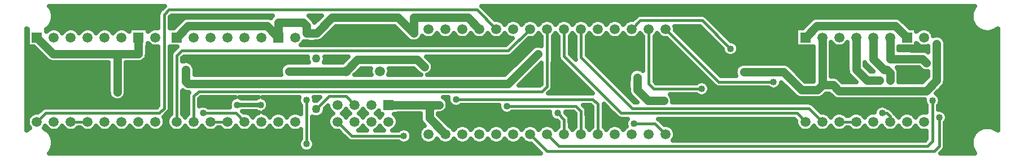
<source format=gbr>
G04 DipTrace 3.3.1.3*
G04 Bottom.gbr*
%MOIN*%
G04 #@! TF.FileFunction,Copper,L2,Bot*
G04 #@! TF.Part,Single*
G04 #@! TA.AperFunction,ComponentPad*
%ADD13C,0.05*%
G04 #@! TA.AperFunction,CopperBalancing*
%ADD14C,0.025*%
G04 #@! TA.AperFunction,Conductor*
%ADD15C,0.016*%
G04 #@! TA.AperFunction,ComponentPad*
%ADD17C,0.059055*%
%ADD18R,0.059055X0.059055*%
%ADD19R,0.0591X0.0591*%
%ADD20C,0.0591*%
%ADD24C,0.05*%
G04 #@! TA.AperFunction,ViaPad*
%ADD25C,0.04*%
%FSLAX26Y26*%
G04*
G70*
G90*
G75*
G01*
G04 Bottom*
%LPD*%
X3452200Y1019700D2*
D13*
X3276751Y844251D1*
X2665251D1*
X5131200Y1118700D2*
Y836228D1*
X5102200Y807228D1*
X5007672D1*
X4901704Y913196D1*
X4668200D1*
X5131200Y836228D2*
X5194200D1*
X5228728Y801700D1*
X5744200D1*
X5807200Y864700D1*
Y1081200D1*
X2665251Y844251D2*
X1386157D1*
X1372704Y857704D1*
Y928200D1*
X2568700Y718700D2*
X2830700D1*
X2810700Y698700D1*
Y639200D1*
X2906200Y543700D1*
X2781251Y944200D2*
X2739223Y986228D1*
X2386228D1*
X2318700Y918700D1*
X1676704Y718700D2*
D14*
X1814200D1*
X1318700Y1118700D2*
D13*
X1386228Y1186228D1*
X1851172D1*
X1918700Y1118700D1*
X1093700D2*
Y1022172D1*
X968196D1*
X590228D1*
X493700Y1118700D1*
X2868700Y718700D2*
X2830700D1*
X5031200Y1118700D2*
X5098728Y1186228D1*
X5563672D1*
X5631200Y1118700D1*
X968196Y1022172D2*
Y794704D1*
X4038676Y882200D2*
Y807228D1*
X4101676Y744228D1*
X4194200D1*
X2318700Y918700D2*
X1982200D1*
X2719200Y1143700D2*
Y1236228D1*
X3038672D1*
X3106200Y1168700D1*
X2086228Y1143700D2*
X2144227D1*
X2236755Y1236228D1*
X2626672D1*
X2719200Y1143700D1*
X1918700Y1118700D2*
Y1206700D1*
X2066228D1*
X2086228Y1186700D1*
Y1143700D1*
X5468700Y864700D2*
X5394200D1*
X5331200Y927700D1*
Y1118700D1*
X3606200Y1168700D2*
D15*
Y1006267D1*
X3943239Y669228D1*
X4980672D1*
X5031200Y618700D1*
X693700D2*
X793700D1*
X1518700D2*
X1618700D1*
X4843700Y855200D2*
X4519700D1*
X4206200Y1168700D1*
X4418700Y814200D2*
X4135200D1*
X4106200Y843200D1*
Y1168700D1*
X4589200Y1052200D2*
X4422172Y1219228D1*
X4056728D1*
X4006200Y1168700D1*
X2085704Y485700D2*
Y745983D1*
X2968700Y751228D2*
X3777200D1*
X3806200Y722228D1*
Y543700D1*
X5822728Y643700D2*
Y473700D1*
X5793728Y444700D1*
X3505200D1*
X3406200Y543700D1*
X5531700Y864700D2*
D13*
Y907700D1*
X5511700Y927700D1*
X5494200D1*
X5431200Y990700D1*
Y1118700D1*
X5744200Y968700D2*
X5722200Y990700D1*
X5531200D1*
Y1118700D1*
X493700Y618700D2*
D15*
X544228Y669228D1*
X1215228D1*
X1244228Y698228D1*
Y1253228D1*
X1273228Y1282228D1*
X3092672D1*
X3206200Y1168700D1*
X3406200D2*
X3277200Y1039700D1*
X1347700D1*
X1318700Y1010700D1*
Y618700D1*
X3506200Y1168700D2*
Y827251D1*
X3477200Y798251D1*
X1447700D1*
X1418700Y769251D1*
Y618700D1*
X4018700Y606228D2*
X4143672D1*
X4206200Y543700D1*
X3706200Y1168700D2*
Y999901D1*
X4007873Y698228D1*
X5051672D1*
X5131200Y618700D1*
X5485696Y669228D2*
X5511200D1*
X5531200Y649228D1*
Y618700D1*
X1474483Y669228D2*
X1668172D1*
X1718700Y618700D1*
X2268700D2*
X2353231Y534169D1*
X2660251D1*
X5781728Y743700D2*
Y502700D1*
X5752728Y473700D1*
X3576200D1*
X3506200Y543700D1*
X5231200Y618700D2*
X5331200D1*
X3268700Y710228D2*
X3677200D1*
X3706200Y681228D1*
Y543700D1*
X3568700Y669228D2*
X3606200Y631728D1*
Y543700D1*
X2368700Y718700D2*
X2318149Y769251D1*
X2219251D1*
X2143700Y693700D1*
D25*
X4668200Y913196D3*
X5807200Y1081200D3*
X1372704Y928200D3*
X2665251Y844251D3*
X3452200Y1019700D3*
X1982200Y918700D3*
X1814200Y718700D3*
X2781251Y944200D3*
X2719200Y1143700D3*
X4194200Y744228D3*
X4038676Y882200D3*
X1676704Y718700D3*
X968196Y794704D3*
X2868700Y718700D3*
X2086228Y1143700D3*
X5468700Y864700D3*
X4843700Y855200D3*
X4418700Y814200D3*
X4589200Y1052200D3*
X2085704Y745983D3*
Y485700D3*
X2968700Y751228D3*
X5822728Y643700D3*
X5531700Y864700D3*
X5744200Y968700D3*
X4018700Y606228D3*
X5485696Y669228D3*
X1474483D3*
X2660251Y534169D3*
X5781728Y743700D3*
X3268700Y710228D3*
X3568700Y669228D3*
X584283Y1280331D2*
D14*
X1220031D1*
X3145876D2*
X6015630D1*
X590886Y1255462D2*
X1207292D1*
X3170744D2*
X6009027D1*
X590706Y1230594D2*
X1207221D1*
X1281226D2*
X1357575D1*
X2117650D2*
X2155783D1*
X3195611D2*
X4016809D1*
X4462108D2*
X5070081D1*
X5592316D2*
X6009207D1*
X583709Y1205725D2*
X1207221D1*
X1281226D2*
X1330375D1*
X3250765D2*
X3261662D1*
X3350739D2*
X3361635D1*
X3450748D2*
X3461645D1*
X3550757D2*
X3561634D1*
X3650766D2*
X3661618D1*
X3750740D2*
X3761636D1*
X3850749D2*
X3861646D1*
X3950758D2*
X3961655D1*
X4486976D2*
X5042881D1*
X5619516D2*
X6016168D1*
X567992Y1180856D2*
X1207221D1*
X1281226D2*
X1305507D1*
X2256702D2*
X2606704D1*
X4263381D2*
X4409238D1*
X4511843D2*
X5018014D1*
X5644384D2*
X6031921D1*
X638002Y1155987D2*
X649401D1*
X738011D2*
X749408D1*
X838020D2*
X849383D1*
X938030D2*
X949393D1*
X2231834D2*
X2631572D1*
X4270199D2*
X4434106D1*
X4536711D2*
X4972656D1*
X5775505D2*
X6066191D1*
X6146224D2*
X6165195D1*
X2206966Y1131119D2*
X2656439D1*
X2850262D2*
X2862163D1*
X2950271D2*
X2962137D1*
X3050244D2*
X3062146D1*
X3150254D2*
X3162155D1*
X3250263D2*
X3262129D1*
X3450246D2*
X3462147D1*
X3550255D2*
X3562146D1*
X3650264D2*
X3662134D1*
X3750237D2*
X3762139D1*
X3850247D2*
X3862148D1*
X3950256D2*
X3962157D1*
X4050265D2*
X4062131D1*
X4150238D2*
X4162140D1*
X4295067D2*
X4458974D1*
X4561579D2*
X4972656D1*
X5822370D2*
X6165195D1*
X2182062Y1106250D2*
X2681343D1*
X2757035D2*
X3292451D1*
X3395056D2*
X3469216D1*
X3543186D2*
X3569189D1*
X3643195D2*
X3669199D1*
X3743204D2*
X4069200D1*
X4143205D2*
X4217366D1*
X4319935D2*
X4483877D1*
X4586447D2*
X4972656D1*
X5854701D2*
X6165195D1*
X2062999Y1081381D2*
X3267583D1*
X3370188D2*
X3469216D1*
X3543186D2*
X3569189D1*
X3643195D2*
X3669199D1*
X3743204D2*
X4069200D1*
X4143205D2*
X4242233D1*
X4344802D2*
X4508745D1*
X4627893D2*
X4972656D1*
X5861196D2*
X6165195D1*
X434718Y1056512D2*
X480566D1*
X1147701D2*
X1207221D1*
X1281226D2*
X1313222D1*
X3345320D2*
X3413667D1*
X3543186D2*
X3569189D1*
X3643195D2*
X3669199D1*
X3743204D2*
X4069200D1*
X4143205D2*
X4267101D1*
X4369670D2*
X4533613D1*
X4638012D2*
X5077187D1*
X5185210D2*
X5277205D1*
X5585211D2*
X5753209D1*
X5861196D2*
X6165195D1*
X434718Y1031644D2*
X505434D1*
X1147701D2*
X1207221D1*
X1281226D2*
X1288803D1*
X3320417D2*
X3388800D1*
X3543186D2*
X3569189D1*
X3643195D2*
X3669199D1*
X3743204D2*
X4069200D1*
X4143205D2*
X4291969D1*
X4394538D2*
X4544988D1*
X4633419D2*
X5077187D1*
X5185210D2*
X5277205D1*
X5861196D2*
X6165195D1*
X434718Y1006775D2*
X530301D1*
X1145332D2*
X1207221D1*
X3290023D2*
X3363932D1*
X3543186D2*
X3569189D1*
X3656974D2*
X3669199D1*
X3750632D2*
X4069200D1*
X4143205D2*
X4316837D1*
X4419406D2*
X4576746D1*
X4601626D2*
X5077187D1*
X5185210D2*
X5277205D1*
X5861196D2*
X6165195D1*
X434718Y981906D2*
X555636D1*
X1128323D2*
X1207221D1*
X1355686D2*
X2091084D1*
X2196344D2*
X2306569D1*
X2818863D2*
X3339064D1*
X3543186D2*
X3579273D1*
X3775500D2*
X4069200D1*
X4143205D2*
X4341704D1*
X4444273D2*
X5077187D1*
X5185210D2*
X5277205D1*
X5861196D2*
X6165195D1*
X434718Y957037D2*
X914190D1*
X1022214D2*
X1207221D1*
X1417873D2*
X1945322D1*
X2833612D2*
X3314196D1*
X3543186D2*
X3604141D1*
X3800368D2*
X4069200D1*
X4143205D2*
X4366572D1*
X4469141D2*
X4638682D1*
X4931222D2*
X5077187D1*
X5185210D2*
X5277205D1*
X5861196D2*
X6165195D1*
X434718Y932169D2*
X914190D1*
X1022214D2*
X1207221D1*
X1426557D2*
X1930000D1*
X2407487D2*
X2461804D1*
X2575568D2*
X2717945D1*
X2833827D2*
X3289329D1*
X3440019D2*
X3469216D1*
X3543186D2*
X3629008D1*
X3825235D2*
X4023699D1*
X4053638D2*
X4069200D1*
X4143205D2*
X4391440D1*
X4494009D2*
X4617833D1*
X4958063D2*
X5077187D1*
X5185210D2*
X5277205D1*
X5402058D2*
X5414390D1*
X5579505D2*
X5705411D1*
X5861196D2*
X6165195D1*
X434718Y907300D2*
X914190D1*
X1022214D2*
X1207221D1*
X1426700D2*
X1929462D1*
X2382619D2*
X2461337D1*
X2576071D2*
X2742813D1*
X2819689D2*
X3264461D1*
X3415115D2*
X3469216D1*
X3543186D2*
X3653876D1*
X3850103D2*
X3991223D1*
X4143205D2*
X4416307D1*
X4518877D2*
X4614532D1*
X4982931D2*
X5077187D1*
X5185210D2*
X5281403D1*
X5585713D2*
X5753209D1*
X5861196D2*
X6165195D1*
X434718Y882431D2*
X914190D1*
X1022214D2*
X1207221D1*
X3390247D2*
X3469216D1*
X3543186D2*
X3678744D1*
X3874971D2*
X3984692D1*
X4143205D2*
X4441175D1*
X5007799D2*
X5077187D1*
X5219444D2*
X5301140D1*
X5585713D2*
X5749584D1*
X5861196D2*
X6165195D1*
X434718Y857562D2*
X914190D1*
X1022214D2*
X1207221D1*
X3365379D2*
X3469216D1*
X3543186D2*
X3703612D1*
X3899838D2*
X3984692D1*
X4143205D2*
X4399406D1*
X4437994D2*
X4466043D1*
X5248187D2*
X5326007D1*
X5585211D2*
X5724717D1*
X5860694D2*
X6165195D1*
X434718Y832693D2*
X914190D1*
X1022214D2*
X1207221D1*
X3543186D2*
X3728479D1*
X3924706D2*
X3984692D1*
X4463866D2*
X4490911D1*
X4886905D2*
X4906880D1*
X5850036D2*
X6165195D1*
X434718Y807825D2*
X914190D1*
X1022214D2*
X1207221D1*
X3537229D2*
X3753347D1*
X3949574D2*
X3984692D1*
X4467275D2*
X4931748D1*
X5825671D2*
X6165195D1*
X434718Y782956D2*
X915554D1*
X1020850D2*
X1207221D1*
X1355686D2*
X1384524D1*
X3974442D2*
X3990757D1*
X4455649D2*
X4956616D1*
X5153273D2*
X5172136D1*
X5809164D2*
X6165195D1*
X434718Y758087D2*
X929477D1*
X1006927D2*
X1207221D1*
X1355686D2*
X1381689D1*
X1458817D2*
X1649493D1*
X1703906D2*
X1787001D1*
X1841414D2*
X2038298D1*
X2133116D2*
X2156788D1*
X2904375D2*
X2920224D1*
X3999309D2*
X4012503D1*
X4246300D2*
X4989773D1*
X5120116D2*
X5198834D1*
X5828434D2*
X6165195D1*
X434718Y733218D2*
X1207221D1*
X1355686D2*
X1381689D1*
X1455695D2*
X1630044D1*
X1860863D2*
X2038478D1*
X4024177D2*
X4037370D1*
X4247018D2*
X5733939D1*
X5829546D2*
X6165195D1*
X434718Y708350D2*
X1203058D1*
X1355686D2*
X1381689D1*
X1502129D2*
X1628860D1*
X1862047D2*
X2048705D1*
X2921636D2*
X2948214D1*
X2989205D2*
X3219749D1*
X3730357D2*
X3768777D1*
X3843213D2*
X3852800D1*
X5092844D2*
X5458061D1*
X5513335D2*
X5744740D1*
X5818745D2*
X6165195D1*
X434718Y683481D2*
X507192D1*
X1355686D2*
X1381689D1*
X1847048D2*
X2048705D1*
X2196667D2*
X2222600D1*
X2314798D2*
X2322609D1*
X2414807D2*
X2422592D1*
X2908789D2*
X3228146D1*
X3743132D2*
X3769208D1*
X3843213D2*
X3877686D1*
X5117712D2*
X5438935D1*
X5548250D2*
X5744740D1*
X5849319D2*
X6165195D1*
X434718Y658612D2*
X451894D1*
X1255892D2*
X1276872D1*
X1360530D2*
X1376881D1*
X1760531D2*
X1776882D1*
X1860504D2*
X1876891D1*
X1960514D2*
X1976865D1*
X2183893D2*
X2226834D1*
X2310564D2*
X2326843D1*
X2410537D2*
X2426852D1*
X2510546D2*
X2526862D1*
X2610556D2*
X2756700D1*
X2866625D2*
X3520925D1*
X3630599D2*
X3669199D1*
X3743204D2*
X3769208D1*
X3843213D2*
X3902554D1*
X5173009D2*
X5189396D1*
X5273019D2*
X5289370D1*
X5373028D2*
X5389379D1*
X5573010D2*
X5589362D1*
X5673020D2*
X5689371D1*
X5869270D2*
X6165195D1*
X1250186Y633743D2*
X1262231D1*
X2122710D2*
X2212193D1*
X2625196D2*
X2756987D1*
X2891493D2*
X3536140D1*
X3643159D2*
X3669199D1*
X3743204D2*
X3769208D1*
X3843213D2*
X3978700D1*
X4166996D2*
X4964869D1*
X5870634D2*
X6165195D1*
X1251370Y608875D2*
X1261047D1*
X2122710D2*
X2211009D1*
X2626380D2*
X2766568D1*
X2916361D2*
X3569189D1*
X3643195D2*
X3669199D1*
X3743204D2*
X3769208D1*
X3843213D2*
X3969765D1*
X4192330D2*
X4973553D1*
X5859725D2*
X6165195D1*
X434718Y584006D2*
X447176D1*
X1240210D2*
X1272207D1*
X2122710D2*
X2222169D1*
X2615220D2*
X2764774D1*
X2947616D2*
X2964792D1*
X3047625D2*
X3064765D1*
X3147634D2*
X3164775D1*
X3247608D2*
X3264784D1*
X3347617D2*
X3364793D1*
X3447626D2*
X3464767D1*
X3547599D2*
X3564776D1*
X3647609D2*
X3664785D1*
X3747618D2*
X3764794D1*
X3847627D2*
X3864768D1*
X3947600D2*
X3964777D1*
X4247628D2*
X4984713D1*
X5859725D2*
X6072937D1*
X6139442D2*
X6165195D1*
X565623Y559137D2*
X2048705D1*
X2122710D2*
X2276964D1*
X2701988D2*
X2749846D1*
X4262556D2*
X5744740D1*
X5859725D2*
X6034290D1*
X582561Y534268D2*
X2048705D1*
X2122710D2*
X2301832D1*
X2709237D2*
X2748482D1*
X4263919D2*
X5744740D1*
X5859725D2*
X6017352D1*
X590312Y509400D2*
X2043214D1*
X2128200D2*
X2326700D1*
X2702096D2*
X2759391D1*
X4253011D2*
X5737133D1*
X5859725D2*
X6009601D1*
X591173Y484531D2*
X2036719D1*
X2134695D2*
X3414062D1*
X5859725D2*
X6008740D1*
X585324Y459662D2*
X2044686D1*
X2126729D2*
X3438930D1*
X5856747D2*
X6014589D1*
X571257Y434793D2*
X3463834D1*
X5835109D2*
X6028656D1*
X2856200Y1143436D2*
X2851527Y1135768D1*
X2845817Y1129083D1*
X2839132Y1123373D1*
X2831636Y1118779D1*
X2823513Y1115415D1*
X2814965Y1113362D1*
X2806200Y1112672D1*
X2797435Y1113362D1*
X2788887Y1115415D1*
X2780764Y1118779D1*
X2773268Y1123373D1*
X2768135Y1127648D1*
X2765087Y1120319D1*
X2760864Y1113429D1*
X2755616Y1107284D1*
X2749471Y1102036D1*
X2742581Y1097813D1*
X2735114Y1094721D1*
X2727256Y1092834D1*
X2719200Y1092200D1*
X2711144Y1092834D1*
X2703286Y1094721D1*
X2695819Y1097813D1*
X2688929Y1102036D1*
X2682784Y1107284D1*
X2605317Y1184751D1*
X2258106Y1184728D1*
X2177674Y1104539D1*
X2171136Y1099789D1*
X2163935Y1096120D1*
X2156249Y1093623D1*
X2148268Y1092359D1*
X2116668Y1092200D1*
X2082187Y1092359D1*
X2074206Y1093623D1*
X2070299Y1094726D1*
X2068621Y1093264D1*
X2064027Y1085768D1*
X2058317Y1079083D1*
X2052671Y1074192D1*
X3262875Y1074200D1*
X3301548Y1112839D1*
X3293121Y1114220D1*
X3284759Y1116937D1*
X3276926Y1120929D1*
X3269813Y1126096D1*
X3263596Y1132313D1*
X3258429Y1139426D1*
X3256121Y1143264D1*
X3251527Y1135768D1*
X3245817Y1129083D1*
X3239132Y1123373D1*
X3231636Y1118779D1*
X3223513Y1115415D1*
X3214965Y1113362D1*
X3206200Y1112672D1*
X3197435Y1113362D1*
X3188887Y1115415D1*
X3180764Y1118779D1*
X3173268Y1123373D1*
X3166583Y1129083D1*
X3160873Y1135768D1*
X3156200Y1143436D1*
X3151527Y1135768D1*
X3145817Y1129083D1*
X3139132Y1123373D1*
X3131636Y1118779D1*
X3123513Y1115415D1*
X3114965Y1113362D1*
X3106200Y1112672D1*
X3097435Y1113362D1*
X3088887Y1115415D1*
X3080764Y1118779D1*
X3073268Y1123373D1*
X3066583Y1129083D1*
X3060873Y1135768D1*
X3056200Y1143436D1*
X3051527Y1135768D1*
X3045817Y1129083D1*
X3039132Y1123373D1*
X3031636Y1118779D1*
X3023513Y1115415D1*
X3014965Y1113362D1*
X3006200Y1112672D1*
X2997435Y1113362D1*
X2988887Y1115415D1*
X2980764Y1118779D1*
X2973268Y1123373D1*
X2966583Y1129083D1*
X2960873Y1135768D1*
X2956200Y1143436D1*
X2951527Y1135768D1*
X2945817Y1129083D1*
X2939132Y1123373D1*
X2931636Y1118779D1*
X2923513Y1115415D1*
X2914965Y1113362D1*
X2906200Y1112672D1*
X2897435Y1113362D1*
X2888887Y1115415D1*
X2880764Y1118779D1*
X2873268Y1123373D1*
X2866583Y1129083D1*
X2860873Y1135768D1*
X2856200Y1143436D1*
X3199432Y1224274D2*
X3206200Y1224728D1*
X3214965Y1224038D1*
X3223513Y1221985D1*
X3231636Y1218621D1*
X3239132Y1214027D1*
X3245817Y1208317D1*
X3251527Y1201632D1*
X3256200Y1193964D1*
X3260873Y1201632D1*
X3266583Y1208317D1*
X3273268Y1214027D1*
X3280764Y1218621D1*
X3288887Y1221985D1*
X3297435Y1224038D1*
X3306200Y1224728D1*
X3314965Y1224038D1*
X3323513Y1221985D1*
X3331636Y1218621D1*
X3339132Y1214027D1*
X3345817Y1208317D1*
X3351527Y1201632D1*
X3356200Y1193964D1*
X3360873Y1201632D1*
X3366583Y1208317D1*
X3373268Y1214027D1*
X3380764Y1218621D1*
X3388887Y1221985D1*
X3397435Y1224038D1*
X3406200Y1224728D1*
X3414965Y1224038D1*
X3423513Y1221985D1*
X3431636Y1218621D1*
X3439132Y1214027D1*
X3445817Y1208317D1*
X3451527Y1201632D1*
X3456200Y1193964D1*
X3460873Y1201632D1*
X3466583Y1208317D1*
X3473268Y1214027D1*
X3480764Y1218621D1*
X3488887Y1221985D1*
X3497435Y1224038D1*
X3506200Y1224728D1*
X3514965Y1224038D1*
X3523513Y1221985D1*
X3531636Y1218621D1*
X3539132Y1214027D1*
X3545817Y1208317D1*
X3551527Y1201632D1*
X3556200Y1193964D1*
X3560873Y1201632D1*
X3566583Y1208317D1*
X3573268Y1214027D1*
X3580764Y1218621D1*
X3588887Y1221985D1*
X3597435Y1224038D1*
X3606200Y1224728D1*
X3614965Y1224038D1*
X3623513Y1221985D1*
X3631636Y1218621D1*
X3639132Y1214027D1*
X3645817Y1208317D1*
X3651527Y1201632D1*
X3656200Y1193964D1*
X3660873Y1201632D1*
X3666583Y1208317D1*
X3673268Y1214027D1*
X3680764Y1218621D1*
X3688887Y1221985D1*
X3697435Y1224038D1*
X3706200Y1224728D1*
X3714965Y1224038D1*
X3723513Y1221985D1*
X3731636Y1218621D1*
X3739132Y1214027D1*
X3745817Y1208317D1*
X3751527Y1201632D1*
X3756200Y1193964D1*
X3760873Y1201632D1*
X3766583Y1208317D1*
X3773268Y1214027D1*
X3780764Y1218621D1*
X3788887Y1221985D1*
X3797435Y1224038D1*
X3806200Y1224728D1*
X3814965Y1224038D1*
X3823513Y1221985D1*
X3831636Y1218621D1*
X3839132Y1214027D1*
X3845817Y1208317D1*
X3851527Y1201632D1*
X3856200Y1193964D1*
X3860873Y1201632D1*
X3866583Y1208317D1*
X3873268Y1214027D1*
X3880764Y1218621D1*
X3888887Y1221985D1*
X3897435Y1224038D1*
X3906200Y1224728D1*
X3914965Y1224038D1*
X3923513Y1221985D1*
X3931636Y1218621D1*
X3939132Y1214027D1*
X3945817Y1208317D1*
X3951527Y1201632D1*
X3956200Y1193964D1*
X3960873Y1201632D1*
X3966583Y1208317D1*
X3973268Y1214027D1*
X3980764Y1218621D1*
X3988887Y1221985D1*
X3997435Y1224038D1*
X4006200Y1224728D1*
X4012968Y1224274D1*
X4034322Y1245462D1*
X4038702Y1248644D1*
X4043525Y1251102D1*
X4048674Y1252775D1*
X4054021Y1253622D1*
X4111846Y1253728D1*
X4424879Y1253622D1*
X4430226Y1252775D1*
X4435375Y1251102D1*
X4440198Y1248644D1*
X4444578Y1245462D1*
X4485542Y1204649D1*
X4591529Y1098662D1*
X4600055Y1097415D1*
X4606995Y1095160D1*
X4613496Y1091848D1*
X4619399Y1087559D1*
X4624559Y1082399D1*
X4628848Y1076496D1*
X4632160Y1069995D1*
X4634415Y1063055D1*
X4635557Y1055848D1*
Y1048552D1*
X4634415Y1041345D1*
X4632160Y1034405D1*
X4628848Y1027904D1*
X4624559Y1022001D1*
X4619399Y1016841D1*
X4613496Y1012552D1*
X4606995Y1009240D1*
X4600055Y1006985D1*
X4592848Y1005843D1*
X4585552D1*
X4578345Y1006985D1*
X4571405Y1009240D1*
X4564904Y1012552D1*
X4559001Y1016841D1*
X4553841Y1022001D1*
X4549552Y1027904D1*
X4546240Y1034405D1*
X4543985Y1041345D1*
X4542843Y1048552D1*
X4542794Y1049820D1*
X4407867Y1184743D1*
X4259868Y1184728D1*
X4261538Y1177465D1*
X4262228Y1168700D1*
X4261774Y1161932D1*
X4533992Y889699D1*
X4622313Y889815D1*
X4619220Y897282D1*
X4617334Y905140D1*
X4616700Y913196D1*
X4617334Y921252D1*
X4619220Y929110D1*
X4622313Y936577D1*
X4626536Y943467D1*
X4631784Y949612D1*
X4637929Y954860D1*
X4644819Y959083D1*
X4652286Y962176D1*
X4660144Y964062D1*
X4668200Y964696D1*
X4905745Y964537D1*
X4913726Y963273D1*
X4921412Y960776D1*
X4928613Y957107D1*
X4935151Y952357D1*
X4957607Y930125D1*
X5028984Y858748D1*
X5079692Y858728D1*
X5079700Y1062693D1*
X4975173Y1062672D1*
Y1174727D1*
X5014394D1*
X5065281Y1225389D1*
X5071819Y1230139D1*
X5079020Y1233808D1*
X5086706Y1236305D1*
X5094687Y1237569D1*
X5126287Y1237728D1*
X5567713Y1237569D1*
X5575694Y1236305D1*
X5583380Y1233808D1*
X5590581Y1230139D1*
X5597119Y1225389D1*
X5619575Y1203157D1*
X5648020Y1174713D1*
X5687228Y1174727D1*
Y1153448D1*
X5691583Y1158317D1*
X5698268Y1164027D1*
X5705764Y1168621D1*
X5713887Y1171985D1*
X5722435Y1174038D1*
X5731200Y1174728D1*
X5739965Y1174038D1*
X5748513Y1171985D1*
X5756636Y1168621D1*
X5764132Y1164027D1*
X5770817Y1158317D1*
X5776527Y1151632D1*
X5781121Y1144136D1*
X5784485Y1136013D1*
X5786373Y1128291D1*
X5791286Y1130180D1*
X5799144Y1132066D1*
X5807200Y1132700D1*
X5815256Y1132066D1*
X5823114Y1130180D1*
X5830581Y1127087D1*
X5837471Y1122864D1*
X5843616Y1117616D1*
X5848864Y1111471D1*
X5853087Y1104581D1*
X5856180Y1097114D1*
X5858066Y1089256D1*
X5858700Y1081200D1*
X5858541Y860659D1*
X5857277Y852678D1*
X5854780Y844992D1*
X5851111Y837791D1*
X5846361Y831253D1*
X5824129Y808797D1*
X5801216Y785884D1*
X5806024Y783348D1*
X5811927Y779059D1*
X5817087Y773899D1*
X5821376Y767996D1*
X5824688Y761495D1*
X5826943Y754555D1*
X5828085Y747348D1*
Y740052D1*
X5826943Y732845D1*
X5824688Y725905D1*
X5821376Y719404D1*
X5817087Y713501D1*
X5816225Y712569D1*
X5816228Y689766D1*
X5822728Y690200D1*
X5830002Y689628D1*
X5837097Y687924D1*
X5843839Y685132D1*
X5850060Y681319D1*
X5855608Y676580D1*
X5860347Y671032D1*
X5864160Y664811D1*
X5866952Y658069D1*
X5868656Y650974D1*
X5869228Y643700D1*
X5868656Y636426D1*
X5866952Y629331D1*
X5864160Y622589D1*
X5860347Y616368D1*
X5857225Y612569D1*
X5857122Y470993D1*
X5856275Y465646D1*
X5854602Y460497D1*
X5852144Y455674D1*
X5848962Y451294D1*
X5829996Y432177D1*
X6033243Y432200D1*
X6029020Y437625D1*
X6024858Y443853D1*
X6021198Y450389D1*
X6018062Y457192D1*
X6015469Y464220D1*
X6013436Y471429D1*
X6011974Y478776D1*
X6011094Y486215D1*
X6010800Y493700D1*
X6011094Y501185D1*
X6011974Y508624D1*
X6013436Y515971D1*
X6015469Y523180D1*
X6018062Y530208D1*
X6021198Y537011D1*
X6024858Y543547D1*
X6029020Y549775D1*
X6033657Y555658D1*
X6038742Y561158D1*
X6044242Y566243D1*
X6050125Y570880D1*
X6056353Y575042D1*
X6062889Y578702D1*
X6069692Y581838D1*
X6076720Y584431D1*
X6083929Y586464D1*
X6091276Y587926D1*
X6098715Y588806D1*
X6106200Y589100D1*
X6113685Y588806D1*
X6121124Y587926D1*
X6128471Y586464D1*
X6135680Y584431D1*
X6142708Y581838D1*
X6149511Y578702D1*
X6156047Y575042D1*
X6162275Y570880D1*
X6167700Y566682D1*
Y1170792D1*
X6162275Y1166520D1*
X6156047Y1162358D1*
X6149511Y1158698D1*
X6142708Y1155562D1*
X6135680Y1152969D1*
X6128471Y1150936D1*
X6121124Y1149474D1*
X6113685Y1148594D1*
X6106200Y1148300D1*
X6098715Y1148594D1*
X6091276Y1149474D1*
X6083929Y1150936D1*
X6076720Y1152969D1*
X6069692Y1155562D1*
X6062889Y1158698D1*
X6056353Y1162358D1*
X6050125Y1166520D1*
X6044242Y1171157D1*
X6038742Y1176242D1*
X6033657Y1181742D1*
X6029020Y1187625D1*
X6024858Y1193853D1*
X6021198Y1200389D1*
X6018062Y1207192D1*
X6015469Y1214220D1*
X6013436Y1221429D1*
X6011974Y1228776D1*
X6011094Y1236215D1*
X6010800Y1243700D1*
X6011094Y1251185D1*
X6011974Y1258624D1*
X6013436Y1265971D1*
X6015469Y1273180D1*
X6018062Y1280208D1*
X6021198Y1287011D1*
X6024858Y1293547D1*
X6029020Y1299775D1*
X6033218Y1305200D1*
X3118525D1*
X3199355Y1224336D1*
X3456200Y1143436D2*
X3451527Y1135768D1*
X3445817Y1129083D1*
X3439132Y1123373D1*
X3431636Y1118779D1*
X3423513Y1115415D1*
X3414965Y1113362D1*
X3406200Y1112672D1*
X3399432Y1113126D1*
X3299606Y1013466D1*
X3295226Y1010284D1*
X3290403Y1007826D1*
X3285254Y1006153D1*
X3279907Y1005306D1*
X3222082Y1005200D1*
X2793086D1*
X2820412Y977647D1*
X2825162Y971109D1*
X2828831Y963908D1*
X2831328Y956222D1*
X2832592Y948241D1*
Y940159D1*
X2831328Y932178D1*
X2828831Y924492D1*
X2825162Y917291D1*
X2820412Y910753D1*
X2814698Y905039D1*
X2808160Y900289D1*
X2800959Y896620D1*
X2798603Y895751D1*
X3255438D1*
X3418753Y1058861D1*
X3425291Y1063611D1*
X3432492Y1067280D1*
X3440178Y1069777D1*
X3448159Y1071041D1*
X3456241D1*
X3464222Y1069777D1*
X3471686Y1067362D1*
X3471700Y1124551D1*
X3466583Y1129083D1*
X3460873Y1135768D1*
X3456200Y1143436D1*
X3556200D2*
X3551527Y1135768D1*
X3545817Y1129083D1*
X3540711Y1124618D1*
X3540594Y824544D1*
X3539747Y819197D1*
X3538074Y814048D1*
X3535616Y809225D1*
X3532434Y804845D1*
X3513468Y785728D1*
X3777211D1*
X3775938Y787739D1*
X3579966Y983861D1*
X3576784Y988241D1*
X3574326Y993064D1*
X3572653Y998213D1*
X3571806Y1003560D1*
X3571700Y1061385D1*
Y1124577D1*
X3566583Y1129083D1*
X3560873Y1135768D1*
X3556200Y1143436D1*
X3656200D2*
X3651527Y1135768D1*
X3645817Y1129083D1*
X3640711Y1124618D1*
X3640700Y1020534D1*
X3674162Y987095D1*
X3672653Y991847D1*
X3671806Y997194D1*
X3671700Y1055019D1*
Y1124527D1*
X3666583Y1129083D1*
X3660873Y1135768D1*
X3656200Y1143436D1*
X3756200D2*
X3751527Y1135768D1*
X3745817Y1129083D1*
X3740711Y1124618D1*
X3740700Y1014219D1*
X4022167Y732724D1*
X4040348Y732728D1*
X3999515Y773781D1*
X3994765Y780319D1*
X3991096Y787520D1*
X3988599Y795206D1*
X3987335Y803187D1*
X3987176Y834787D1*
X3987335Y886241D1*
X3988599Y894222D1*
X3991096Y901908D1*
X3994765Y909109D1*
X3999515Y915647D1*
X4005229Y921361D1*
X4011767Y926111D1*
X4018968Y929780D1*
X4026654Y932277D1*
X4034635Y933541D1*
X4042717D1*
X4050698Y932277D1*
X4058384Y929780D1*
X4065585Y926111D1*
X4071688Y921703D1*
X4071700Y1124568D1*
X4066583Y1129083D1*
X4060873Y1135768D1*
X4056200Y1143436D1*
X4051527Y1135768D1*
X4045817Y1129083D1*
X4039132Y1123373D1*
X4031636Y1118779D1*
X4023513Y1115415D1*
X4014965Y1113362D1*
X4006200Y1112672D1*
X3997435Y1113362D1*
X3988887Y1115415D1*
X3980764Y1118779D1*
X3973268Y1123373D1*
X3966583Y1129083D1*
X3960873Y1135768D1*
X3956200Y1143436D1*
X3951527Y1135768D1*
X3945817Y1129083D1*
X3939132Y1123373D1*
X3931636Y1118779D1*
X3923513Y1115415D1*
X3914965Y1113362D1*
X3906200Y1112672D1*
X3897435Y1113362D1*
X3888887Y1115415D1*
X3880764Y1118779D1*
X3873268Y1123373D1*
X3866583Y1129083D1*
X3860873Y1135768D1*
X3856200Y1143436D1*
X3851527Y1135768D1*
X3845817Y1129083D1*
X3839132Y1123373D1*
X3831636Y1118779D1*
X3823513Y1115415D1*
X3814965Y1113362D1*
X3806200Y1112672D1*
X3797435Y1113362D1*
X3788887Y1115415D1*
X3780764Y1118779D1*
X3773268Y1123373D1*
X3766583Y1129083D1*
X3760873Y1135768D1*
X3756200Y1143436D1*
X4156200D2*
X4151527Y1135768D1*
X4145817Y1129083D1*
X4140711Y1124618D1*
X4140700Y857476D1*
X4149499Y848692D1*
X4387502Y848700D1*
X4391368Y851819D1*
X4397589Y855632D1*
X4404331Y858424D1*
X4411426Y860128D1*
X4418700Y860700D1*
X4425974Y860128D1*
X4433069Y858424D1*
X4439811Y855632D1*
X4446032Y851819D1*
X4451580Y847080D1*
X4456319Y841532D1*
X4460132Y835311D1*
X4462924Y828569D1*
X4464628Y821474D1*
X4465200Y814200D1*
X4464628Y806926D1*
X4462924Y799831D1*
X4460132Y793089D1*
X4456319Y786868D1*
X4451580Y781320D1*
X4446032Y776581D1*
X4439811Y772768D1*
X4433069Y769976D1*
X4425974Y768272D1*
X4418700Y767700D1*
X4411426Y768272D1*
X4404331Y769976D1*
X4397589Y772768D1*
X4391368Y776581D1*
X4387569Y779703D1*
X4231564Y779700D1*
X4235864Y774499D1*
X4240087Y767609D1*
X4243179Y760142D1*
X4245066Y752284D1*
X4245700Y744228D1*
X4245066Y736172D1*
X4244379Y732717D1*
X5054379Y732622D1*
X5059726Y731775D1*
X5064875Y730102D1*
X5069698Y727644D1*
X5074078Y724462D1*
X5115042Y683649D1*
X5124405Y674286D1*
X5131200Y674728D1*
X5139965Y674038D1*
X5148513Y671985D1*
X5156636Y668621D1*
X5164132Y664027D1*
X5170817Y658317D1*
X5176527Y651632D1*
X5181200Y643964D1*
X5185873Y651632D1*
X5191583Y658317D1*
X5198268Y664027D1*
X5205764Y668621D1*
X5213887Y671985D1*
X5222435Y674038D1*
X5231200Y674728D1*
X5239965Y674038D1*
X5248513Y671985D1*
X5256636Y668621D1*
X5264132Y664027D1*
X5270817Y658317D1*
X5275282Y653211D1*
X5287072Y653200D1*
X5291583Y658317D1*
X5298268Y664027D1*
X5305764Y668621D1*
X5313887Y671985D1*
X5322435Y674038D1*
X5331200Y674728D1*
X5339965Y674038D1*
X5348513Y671985D1*
X5356636Y668621D1*
X5364132Y664027D1*
X5370817Y658317D1*
X5376527Y651632D1*
X5381200Y643964D1*
X5385873Y651632D1*
X5391583Y658317D1*
X5398268Y664027D1*
X5405764Y668621D1*
X5413887Y671985D1*
X5422435Y674038D1*
X5431200Y674728D1*
X5439436Y674100D1*
X5440481Y680083D1*
X5442736Y687023D1*
X5446048Y693524D1*
X5450337Y699427D1*
X5455497Y704587D1*
X5461400Y708876D1*
X5467901Y712188D1*
X5474841Y714443D1*
X5482048Y715585D1*
X5489344D1*
X5496551Y714443D1*
X5503491Y712188D1*
X5509992Y708876D1*
X5515895Y704587D1*
X5517435Y703164D1*
X5521861Y702040D1*
X5526863Y699968D1*
X5531479Y697139D1*
X5535595Y693623D1*
X5557434Y671634D1*
X5560621Y667245D1*
X5567587Y661304D1*
X5573804Y655087D1*
X5578971Y647974D1*
X5581279Y644136D1*
X5585873Y651632D1*
X5591583Y658317D1*
X5598268Y664027D1*
X5605764Y668621D1*
X5613887Y671985D1*
X5622435Y674038D1*
X5631200Y674728D1*
X5639965Y674038D1*
X5648513Y671985D1*
X5656636Y668621D1*
X5664132Y664027D1*
X5670817Y658317D1*
X5676527Y651632D1*
X5681200Y643964D1*
X5685873Y651632D1*
X5691583Y658317D1*
X5698268Y664027D1*
X5705764Y668621D1*
X5713887Y671985D1*
X5722435Y674038D1*
X5731200Y674728D1*
X5739965Y674038D1*
X5747240Y672345D1*
X5747228Y712515D1*
X5744109Y716368D1*
X5740296Y722589D1*
X5737504Y729331D1*
X5735800Y736426D1*
X5735228Y743700D1*
X5735708Y750195D1*
X5224687Y750359D1*
X5216706Y751623D1*
X5209020Y754120D1*
X5201819Y757789D1*
X5195281Y762539D1*
X5172850Y784746D1*
X5152538Y784728D1*
X5135647Y768067D1*
X5129109Y763317D1*
X5121908Y759648D1*
X5114222Y757151D1*
X5106241Y755887D1*
X5074641Y755728D1*
X5003631Y755887D1*
X4995650Y757151D1*
X4987964Y759648D1*
X4980763Y763317D1*
X4974225Y768067D1*
X4951769Y790299D1*
X4890085Y851983D1*
X4888915Y844345D1*
X4886660Y837405D1*
X4883348Y830904D1*
X4879059Y825001D1*
X4873899Y819841D1*
X4867996Y815552D1*
X4861495Y812240D1*
X4854555Y809985D1*
X4847348Y808843D1*
X4840052D1*
X4832845Y809985D1*
X4825905Y812240D1*
X4819404Y815552D1*
X4813501Y819841D1*
X4812569Y820703D1*
X4516993Y820806D1*
X4511646Y821653D1*
X4506497Y823326D1*
X4501674Y825784D1*
X4497294Y828966D1*
X4456330Y869779D1*
X4213020Y1113090D1*
X4206200Y1112672D1*
X4197435Y1113362D1*
X4188887Y1115415D1*
X4180764Y1118779D1*
X4173268Y1123373D1*
X4166583Y1129083D1*
X4160873Y1135768D1*
X4156200Y1143436D1*
X4262055Y539304D2*
X4260680Y530621D1*
X4257963Y522259D1*
X4253971Y514426D1*
X4249495Y508190D1*
X5738473Y508200D1*
X5747236Y516999D1*
X5747228Y565031D1*
X5739965Y563362D1*
X5731200Y562672D1*
X5722435Y563362D1*
X5713887Y565415D1*
X5705764Y568779D1*
X5698268Y573373D1*
X5691583Y579083D1*
X5685873Y585768D1*
X5681200Y593436D1*
X5676527Y585768D1*
X5670817Y579083D1*
X5664132Y573373D1*
X5656636Y568779D1*
X5648513Y565415D1*
X5639965Y563362D1*
X5631200Y562672D1*
X5622435Y563362D1*
X5613887Y565415D1*
X5605764Y568779D1*
X5598268Y573373D1*
X5591583Y579083D1*
X5585873Y585768D1*
X5581200Y593436D1*
X5576527Y585768D1*
X5570817Y579083D1*
X5564132Y573373D1*
X5556636Y568779D1*
X5548513Y565415D1*
X5539965Y563362D1*
X5531200Y562672D1*
X5522435Y563362D1*
X5513887Y565415D1*
X5505764Y568779D1*
X5498268Y573373D1*
X5491583Y579083D1*
X5485873Y585768D1*
X5481200Y593436D1*
X5476527Y585768D1*
X5470817Y579083D1*
X5464132Y573373D1*
X5456636Y568779D1*
X5448513Y565415D1*
X5439965Y563362D1*
X5431200Y562672D1*
X5422435Y563362D1*
X5413887Y565415D1*
X5405764Y568779D1*
X5398268Y573373D1*
X5391583Y579083D1*
X5385873Y585768D1*
X5381200Y593436D1*
X5376527Y585768D1*
X5370817Y579083D1*
X5364132Y573373D1*
X5356636Y568779D1*
X5348513Y565415D1*
X5339965Y563362D1*
X5331200Y562672D1*
X5322435Y563362D1*
X5313887Y565415D1*
X5305764Y568779D1*
X5298268Y573373D1*
X5291583Y579083D1*
X5287118Y584189D1*
X5275328Y584200D1*
X5270817Y579083D1*
X5264132Y573373D1*
X5256636Y568779D1*
X5248513Y565415D1*
X5239965Y563362D1*
X5231200Y562672D1*
X5222435Y563362D1*
X5213887Y565415D1*
X5205764Y568779D1*
X5198268Y573373D1*
X5191583Y579083D1*
X5185873Y585768D1*
X5181200Y593436D1*
X5176527Y585768D1*
X5170817Y579083D1*
X5164132Y573373D1*
X5156636Y568779D1*
X5148513Y565415D1*
X5139965Y563362D1*
X5131200Y562672D1*
X5122435Y563362D1*
X5113887Y565415D1*
X5105764Y568779D1*
X5098268Y573373D1*
X5091583Y579083D1*
X5085873Y585768D1*
X5081200Y593436D1*
X5076527Y585768D1*
X5070817Y579083D1*
X5064132Y573373D1*
X5056636Y568779D1*
X5048513Y565415D1*
X5039965Y563362D1*
X5031200Y562672D1*
X5022435Y563362D1*
X5013887Y565415D1*
X5005764Y568779D1*
X4998268Y573373D1*
X4991583Y579083D1*
X4985873Y585768D1*
X4981279Y593264D1*
X4977915Y601387D1*
X4975862Y609935D1*
X4975172Y618700D1*
X4975626Y625468D1*
X4966384Y634726D1*
X4163123Y634728D1*
X4168067Y630623D1*
X4199404Y599286D1*
X4206200Y599728D1*
X4214965Y599038D1*
X4223513Y596985D1*
X4231636Y593621D1*
X4239132Y589027D1*
X4245817Y583317D1*
X4251527Y576632D1*
X4256121Y569136D1*
X4259485Y561013D1*
X4261538Y552465D1*
X4262228Y543700D1*
X4262055Y539304D1*
X3956200Y568964D2*
X3960873Y576632D1*
X3966583Y583317D1*
X3973268Y589027D1*
X3975054Y590221D1*
X3973485Y595373D1*
X3972343Y602580D1*
Y609876D1*
X3973485Y617083D1*
X3975740Y624023D1*
X3979052Y630524D1*
X3982008Y634736D1*
X3940532Y634834D1*
X3935185Y635681D1*
X3930036Y637354D1*
X3925213Y639812D1*
X3920833Y642994D1*
X3879869Y683807D1*
X3840667Y723010D1*
X3840700Y587842D1*
X3845817Y583317D1*
X3851527Y576632D1*
X3856200Y568964D1*
X3860873Y576632D1*
X3866583Y583317D1*
X3873268Y589027D1*
X3880764Y593621D1*
X3888887Y596985D1*
X3897435Y599038D1*
X3906200Y599728D1*
X3914965Y599038D1*
X3923513Y596985D1*
X3931636Y593621D1*
X3939132Y589027D1*
X3945817Y583317D1*
X3951527Y576632D1*
X3956200Y568964D1*
X3756200D2*
X3760873Y576632D1*
X3766583Y583317D1*
X3771689Y587782D1*
X3771700Y707942D1*
X3762901Y716736D1*
X3719462Y716728D1*
X3732434Y703634D1*
X3735616Y699254D1*
X3738074Y694431D1*
X3739747Y689282D1*
X3740594Y683935D1*
X3740700Y626110D1*
Y587821D1*
X3745817Y583317D1*
X3751527Y576632D1*
X3756200Y568964D1*
X3656200D2*
X3660873Y576632D1*
X3666583Y583317D1*
X3671689Y587782D1*
X3671700Y666962D1*
X3662901Y675736D1*
X3614726Y675728D1*
X3615106Y671608D1*
X3632434Y654134D1*
X3635616Y649754D1*
X3638074Y644931D1*
X3639747Y639782D1*
X3640594Y634435D1*
X3640700Y587842D1*
X3645817Y583317D1*
X3651527Y576632D1*
X3656200Y568964D1*
X3556200D2*
X3560873Y576632D1*
X3566583Y583317D1*
X3571689Y587782D1*
X3571700Y617442D1*
X3566352Y622786D1*
X3561426Y623300D1*
X3554331Y625004D1*
X3547589Y627796D1*
X3541368Y631609D1*
X3535820Y636348D1*
X3531081Y641896D1*
X3527268Y648117D1*
X3524476Y654859D1*
X3522772Y661954D1*
X3522200Y669228D1*
X3522680Y675723D1*
X3299878Y675728D1*
X3296032Y672609D1*
X3289811Y668796D1*
X3283069Y666004D1*
X3275974Y664300D1*
X3268700Y663728D1*
X3261426Y664300D1*
X3254331Y666004D1*
X3247589Y668796D1*
X3241368Y672609D1*
X3235820Y677348D1*
X3231081Y682896D1*
X3227268Y689117D1*
X3224476Y695859D1*
X3222772Y702954D1*
X3222200Y710228D1*
X3222680Y716723D1*
X2999913Y716728D1*
X2992996Y711580D1*
X2986495Y708268D1*
X2979555Y706013D1*
X2972348Y704871D1*
X2965052D1*
X2957845Y706013D1*
X2950905Y708268D1*
X2944404Y711580D1*
X2938501Y715869D1*
X2933341Y721029D1*
X2929052Y726932D1*
X2925740Y733433D1*
X2923485Y740373D1*
X2922343Y747580D1*
Y754876D1*
X2923485Y762083D1*
X2923953Y763744D1*
X2893687Y763751D1*
X2898971Y760364D1*
X2905116Y755116D1*
X2910364Y748971D1*
X2914587Y742081D1*
X2917680Y734614D1*
X2919566Y726756D1*
X2920200Y718700D1*
X2919566Y710644D1*
X2917680Y702786D1*
X2914587Y695319D1*
X2910364Y688429D1*
X2905116Y682284D1*
X2898971Y677036D1*
X2892081Y672813D1*
X2884614Y669720D1*
X2876756Y667834D1*
X2868700Y667200D1*
X2862205D1*
X2862200Y660555D1*
X2927019Y595713D1*
X2935474Y591471D1*
X2942587Y586304D1*
X2948804Y580087D1*
X2953971Y572974D1*
X2956279Y569136D1*
X2960873Y576632D1*
X2966583Y583317D1*
X2973268Y589027D1*
X2980764Y593621D1*
X2988887Y596985D1*
X2997435Y599038D1*
X3006200Y599728D1*
X3014965Y599038D1*
X3023513Y596985D1*
X3031636Y593621D1*
X3039132Y589027D1*
X3045817Y583317D1*
X3051527Y576632D1*
X3056200Y568964D1*
X3060873Y576632D1*
X3066583Y583317D1*
X3073268Y589027D1*
X3080764Y593621D1*
X3088887Y596985D1*
X3097435Y599038D1*
X3106200Y599728D1*
X3114965Y599038D1*
X3123513Y596985D1*
X3131636Y593621D1*
X3139132Y589027D1*
X3145817Y583317D1*
X3151527Y576632D1*
X3156200Y568964D1*
X3160873Y576632D1*
X3166583Y583317D1*
X3173268Y589027D1*
X3180764Y593621D1*
X3188887Y596985D1*
X3197435Y599038D1*
X3206200Y599728D1*
X3214965Y599038D1*
X3223513Y596985D1*
X3231636Y593621D1*
X3239132Y589027D1*
X3245817Y583317D1*
X3251527Y576632D1*
X3256200Y568964D1*
X3260873Y576632D1*
X3266583Y583317D1*
X3273268Y589027D1*
X3280764Y593621D1*
X3288887Y596985D1*
X3297435Y599038D1*
X3306200Y599728D1*
X3314965Y599038D1*
X3323513Y596985D1*
X3331636Y593621D1*
X3339132Y589027D1*
X3345817Y583317D1*
X3351527Y576632D1*
X3356200Y568964D1*
X3360873Y576632D1*
X3366583Y583317D1*
X3373268Y589027D1*
X3380764Y593621D1*
X3388887Y596985D1*
X3397435Y599038D1*
X3406200Y599728D1*
X3414965Y599038D1*
X3423513Y596985D1*
X3431636Y593621D1*
X3439132Y589027D1*
X3445817Y583317D1*
X3451527Y576632D1*
X3456200Y568964D1*
X3460873Y576632D1*
X3466583Y583317D1*
X3473268Y589027D1*
X3480764Y593621D1*
X3488887Y596985D1*
X3497435Y599038D1*
X3506200Y599728D1*
X3514965Y599038D1*
X3523513Y596985D1*
X3531636Y593621D1*
X3539132Y589027D1*
X3545817Y583317D1*
X3551527Y576632D1*
X3556200Y568964D1*
X3412968Y488126D2*
X3406200Y487672D1*
X3397435Y488362D1*
X3388887Y490415D1*
X3380764Y493779D1*
X3373268Y498373D1*
X3366583Y504083D1*
X3360873Y510768D1*
X3356200Y518436D1*
X3351527Y510768D1*
X3345817Y504083D1*
X3339132Y498373D1*
X3331636Y493779D1*
X3323513Y490415D1*
X3314965Y488362D1*
X3306200Y487672D1*
X3297435Y488362D1*
X3288887Y490415D1*
X3280764Y493779D1*
X3273268Y498373D1*
X3266583Y504083D1*
X3260873Y510768D1*
X3256200Y518436D1*
X3251527Y510768D1*
X3245817Y504083D1*
X3239132Y498373D1*
X3231636Y493779D1*
X3223513Y490415D1*
X3214965Y488362D1*
X3206200Y487672D1*
X3197435Y488362D1*
X3188887Y490415D1*
X3180764Y493779D1*
X3173268Y498373D1*
X3166583Y504083D1*
X3160873Y510768D1*
X3156200Y518436D1*
X3151527Y510768D1*
X3145817Y504083D1*
X3139132Y498373D1*
X3131636Y493779D1*
X3123513Y490415D1*
X3114965Y488362D1*
X3106200Y487672D1*
X3097435Y488362D1*
X3088887Y490415D1*
X3080764Y493779D1*
X3073268Y498373D1*
X3066583Y504083D1*
X3060873Y510768D1*
X3056200Y518436D1*
X3051527Y510768D1*
X3045817Y504083D1*
X3039132Y498373D1*
X3031636Y493779D1*
X3023513Y490415D1*
X3014965Y488362D1*
X3006200Y487672D1*
X2997435Y488362D1*
X2988887Y490415D1*
X2980764Y493779D1*
X2973268Y498373D1*
X2966583Y504083D1*
X2960873Y510768D1*
X2956200Y518436D1*
X2951527Y510768D1*
X2945817Y504083D1*
X2939132Y498373D1*
X2931636Y493779D1*
X2923513Y490415D1*
X2914965Y488362D1*
X2906200Y487672D1*
X2897435Y488362D1*
X2888887Y490415D1*
X2880764Y493779D1*
X2873268Y498373D1*
X2866583Y504083D1*
X2860873Y510768D1*
X2856200Y518436D1*
X2851527Y510768D1*
X2845817Y504083D1*
X2839132Y498373D1*
X2831636Y493779D1*
X2823513Y490415D1*
X2814965Y488362D1*
X2806200Y487672D1*
X2797435Y488362D1*
X2788887Y490415D1*
X2780764Y493779D1*
X2773268Y498373D1*
X2766583Y504083D1*
X2760873Y510768D1*
X2756279Y518264D1*
X2752915Y526387D1*
X2750862Y534935D1*
X2750172Y543700D1*
X2750862Y552465D1*
X2752915Y561013D1*
X2756279Y569136D1*
X2760873Y576632D1*
X2766583Y583317D1*
X2773268Y589027D1*
X2780764Y593621D1*
X2782590Y594463D1*
X2771539Y605753D1*
X2766789Y612291D1*
X2763120Y619492D1*
X2760623Y627178D1*
X2759359Y635159D1*
X2759200Y667226D1*
X2624761Y667200D1*
X2624750Y662650D1*
X2603471D1*
X2608333Y658333D1*
X2614045Y651645D1*
X2618641Y644146D1*
X2622007Y636020D1*
X2624060Y627468D1*
X2624750Y618700D1*
X2624060Y609932D1*
X2622007Y601380D1*
X2618641Y593254D1*
X2614045Y585755D1*
X2608333Y579067D1*
X2601645Y573355D1*
X2593943Y568666D1*
X2629073Y568669D1*
X2632919Y571788D1*
X2639140Y575601D1*
X2645882Y578393D1*
X2652977Y580097D1*
X2660251Y580669D1*
X2667525Y580097D1*
X2674620Y578393D1*
X2681362Y575601D1*
X2687583Y571788D1*
X2693131Y567049D1*
X2697870Y561501D1*
X2701683Y555280D1*
X2704475Y548538D1*
X2706179Y541443D1*
X2706751Y534169D1*
X2706179Y526895D1*
X2704475Y519800D1*
X2701683Y513058D1*
X2697870Y506837D1*
X2693131Y501289D1*
X2687583Y496550D1*
X2681362Y492737D1*
X2674620Y489945D1*
X2667525Y488241D1*
X2660251Y487669D1*
X2652977Y488241D1*
X2645882Y489945D1*
X2639140Y492737D1*
X2632919Y496550D1*
X2629120Y499672D1*
X2350524Y499775D1*
X2345177Y500622D1*
X2340028Y502295D1*
X2335205Y504753D1*
X2330825Y507935D1*
X2289861Y548748D1*
X2275525Y563084D1*
X2268700Y562650D1*
X2259932Y563340D1*
X2251380Y565393D1*
X2243254Y568759D1*
X2235755Y573355D1*
X2229067Y579067D1*
X2223355Y585755D1*
X2218759Y593254D1*
X2215393Y601380D1*
X2213340Y609932D1*
X2212650Y618700D1*
X2213340Y627468D1*
X2215393Y636020D1*
X2218759Y644146D1*
X2223355Y651645D1*
X2229067Y658333D1*
X2235755Y664045D1*
X2243363Y668691D1*
X2235755Y673355D1*
X2229067Y679067D1*
X2223355Y685755D1*
X2218759Y693254D1*
X2215393Y701380D1*
X2213340Y709932D1*
X2212853Y714046D1*
X2195157Y696366D1*
X2195041Y689659D1*
X2193777Y681678D1*
X2191280Y673992D1*
X2187611Y666791D1*
X2182861Y660253D1*
X2177147Y654539D1*
X2170609Y649789D1*
X2163408Y646120D1*
X2155722Y643623D1*
X2147741Y642359D1*
X2139659D1*
X2131678Y643623D1*
X2123992Y646120D1*
X2120195Y647883D1*
X2120204Y516862D1*
X2123323Y513032D1*
X2127136Y506811D1*
X2129928Y500069D1*
X2131632Y492974D1*
X2132204Y485700D1*
X2131632Y478426D1*
X2129928Y471331D1*
X2127136Y464589D1*
X2123323Y458368D1*
X2118584Y452820D1*
X2113036Y448081D1*
X2106815Y444268D1*
X2100073Y441476D1*
X2092978Y439772D1*
X2085704Y439200D1*
X2078430Y439772D1*
X2071335Y441476D1*
X2064593Y444268D1*
X2058372Y448081D1*
X2052824Y452820D1*
X2048085Y458368D1*
X2044272Y464589D1*
X2041480Y471331D1*
X2039776Y478426D1*
X2039204Y485700D1*
X2039776Y492974D1*
X2041480Y500069D1*
X2044272Y506811D1*
X2048085Y513032D1*
X2051207Y516831D1*
X2051204Y573078D1*
X2044136Y568779D1*
X2036013Y565415D1*
X2027465Y563362D1*
X2018700Y562672D1*
X2009935Y563362D1*
X2001387Y565415D1*
X1993264Y568779D1*
X1985768Y573373D1*
X1979083Y579083D1*
X1973373Y585768D1*
X1968700Y593436D1*
X1964027Y585768D1*
X1958317Y579083D1*
X1951632Y573373D1*
X1944136Y568779D1*
X1936013Y565415D1*
X1927465Y563362D1*
X1918700Y562672D1*
X1909935Y563362D1*
X1901387Y565415D1*
X1893264Y568779D1*
X1885768Y573373D1*
X1879083Y579083D1*
X1873373Y585768D1*
X1868700Y593436D1*
X1864027Y585768D1*
X1858317Y579083D1*
X1851632Y573373D1*
X1844136Y568779D1*
X1836013Y565415D1*
X1827465Y563362D1*
X1818700Y562672D1*
X1809935Y563362D1*
X1801387Y565415D1*
X1793264Y568779D1*
X1785768Y573373D1*
X1779083Y579083D1*
X1773373Y585768D1*
X1768700Y593436D1*
X1764027Y585768D1*
X1758317Y579083D1*
X1751632Y573373D1*
X1744136Y568779D1*
X1736013Y565415D1*
X1727465Y563362D1*
X1718700Y562672D1*
X1709935Y563362D1*
X1701387Y565415D1*
X1693264Y568779D1*
X1685768Y573373D1*
X1679083Y579083D1*
X1673373Y585768D1*
X1668700Y593436D1*
X1664027Y585768D1*
X1658317Y579083D1*
X1651632Y573373D1*
X1644136Y568779D1*
X1636013Y565415D1*
X1627465Y563362D1*
X1618700Y562672D1*
X1609935Y563362D1*
X1601387Y565415D1*
X1593264Y568779D1*
X1585768Y573373D1*
X1579083Y579083D1*
X1574618Y584189D1*
X1562828Y584200D1*
X1558317Y579083D1*
X1551632Y573373D1*
X1544136Y568779D1*
X1536013Y565415D1*
X1527465Y563362D1*
X1518700Y562672D1*
X1509935Y563362D1*
X1501387Y565415D1*
X1493264Y568779D1*
X1485768Y573373D1*
X1479083Y579083D1*
X1473373Y585768D1*
X1468700Y593436D1*
X1464027Y585768D1*
X1458317Y579083D1*
X1451632Y573373D1*
X1444136Y568779D1*
X1436013Y565415D1*
X1427465Y563362D1*
X1418700Y562672D1*
X1409935Y563362D1*
X1401387Y565415D1*
X1393264Y568779D1*
X1385768Y573373D1*
X1379083Y579083D1*
X1373373Y585768D1*
X1368700Y593436D1*
X1364027Y585768D1*
X1358317Y579083D1*
X1351632Y573373D1*
X1344136Y568779D1*
X1336013Y565415D1*
X1327465Y563362D1*
X1318700Y562672D1*
X1309935Y563362D1*
X1301387Y565415D1*
X1293264Y568779D1*
X1285768Y573373D1*
X1279083Y579083D1*
X1273373Y585768D1*
X1268779Y593264D1*
X1265415Y601387D1*
X1263362Y609935D1*
X1262672Y618700D1*
X1263362Y627465D1*
X1265415Y636013D1*
X1268779Y644136D1*
X1273373Y651632D1*
X1279083Y658317D1*
X1284189Y662782D1*
X1284306Y1013407D1*
X1285153Y1018754D1*
X1286826Y1023903D1*
X1289284Y1028726D1*
X1292466Y1033106D1*
X1321879Y1062669D1*
X1278737Y1062672D1*
X1278622Y695521D1*
X1277775Y690174D1*
X1276102Y685025D1*
X1273644Y680202D1*
X1270462Y675822D1*
X1241969Y647178D1*
X1245463Y640141D1*
X1248180Y631779D1*
X1249555Y623096D1*
Y614304D1*
X1248180Y605621D1*
X1245463Y597259D1*
X1241471Y589426D1*
X1236304Y582313D1*
X1230087Y576096D1*
X1222974Y570929D1*
X1215141Y566937D1*
X1206779Y564220D1*
X1198096Y562845D1*
X1189304D1*
X1180621Y564220D1*
X1172259Y566937D1*
X1164426Y570929D1*
X1157313Y576096D1*
X1151096Y582313D1*
X1145929Y589426D1*
X1143621Y593264D1*
X1139027Y585768D1*
X1133317Y579083D1*
X1126632Y573373D1*
X1119136Y568779D1*
X1111013Y565415D1*
X1102465Y563362D1*
X1093700Y562672D1*
X1084935Y563362D1*
X1076387Y565415D1*
X1068264Y568779D1*
X1060768Y573373D1*
X1054083Y579083D1*
X1048373Y585768D1*
X1043700Y593436D1*
X1039027Y585768D1*
X1033317Y579083D1*
X1026632Y573373D1*
X1019136Y568779D1*
X1011013Y565415D1*
X1002465Y563362D1*
X993700Y562672D1*
X984935Y563362D1*
X976387Y565415D1*
X968264Y568779D1*
X960768Y573373D1*
X954083Y579083D1*
X948373Y585768D1*
X943700Y593436D1*
X939027Y585768D1*
X933317Y579083D1*
X926632Y573373D1*
X919136Y568779D1*
X911013Y565415D1*
X902465Y563362D1*
X893700Y562672D1*
X884935Y563362D1*
X876387Y565415D1*
X868264Y568779D1*
X860768Y573373D1*
X854083Y579083D1*
X848373Y585768D1*
X843700Y593436D1*
X839027Y585768D1*
X833317Y579083D1*
X826632Y573373D1*
X819136Y568779D1*
X811013Y565415D1*
X802465Y563362D1*
X793700Y562672D1*
X784935Y563362D1*
X776387Y565415D1*
X768264Y568779D1*
X760768Y573373D1*
X754083Y579083D1*
X749618Y584189D1*
X737828Y584200D1*
X733317Y579083D1*
X726632Y573373D1*
X719136Y568779D1*
X711013Y565415D1*
X702465Y563362D1*
X693700Y562672D1*
X684935Y563362D1*
X676387Y565415D1*
X668264Y568779D1*
X660768Y573373D1*
X654083Y579083D1*
X648373Y585768D1*
X643700Y593436D1*
X639027Y585768D1*
X633317Y579083D1*
X626632Y573373D1*
X619136Y568779D1*
X611013Y565415D1*
X602465Y563362D1*
X593700Y562672D1*
X584935Y563362D1*
X576387Y565415D1*
X568264Y568779D1*
X560768Y573373D1*
X554083Y579083D1*
X548373Y585768D1*
X543700Y593436D1*
X539027Y585768D1*
X534216Y580054D1*
X543547Y575042D1*
X549775Y570880D1*
X555658Y566243D1*
X561158Y561158D1*
X566243Y555658D1*
X570880Y549775D1*
X575042Y543547D1*
X578702Y537011D1*
X581838Y530208D1*
X584431Y523180D1*
X586464Y515971D1*
X587926Y508624D1*
X588806Y501185D1*
X589100Y493700D1*
X588806Y486215D1*
X587926Y478776D1*
X586464Y471429D1*
X584431Y464220D1*
X581838Y457192D1*
X578702Y450389D1*
X575042Y443853D1*
X570880Y437625D1*
X566682Y432200D1*
X3468887D1*
X3413031Y488079D1*
X549728Y1166510D2*
Y1153448D1*
X554083Y1158317D1*
X560768Y1164027D1*
X568264Y1168621D1*
X576387Y1171985D1*
X584935Y1174038D1*
X593700Y1174728D1*
X602465Y1174038D1*
X611013Y1171985D1*
X619136Y1168621D1*
X626632Y1164027D1*
X633317Y1158317D1*
X639027Y1151632D1*
X643700Y1143964D1*
X648373Y1151632D1*
X654083Y1158317D1*
X660768Y1164027D1*
X668264Y1168621D1*
X676387Y1171985D1*
X684935Y1174038D1*
X693700Y1174728D1*
X702465Y1174038D1*
X711013Y1171985D1*
X719136Y1168621D1*
X726632Y1164027D1*
X733317Y1158317D1*
X739027Y1151632D1*
X743700Y1143964D1*
X748373Y1151632D1*
X754083Y1158317D1*
X760768Y1164027D1*
X768264Y1168621D1*
X776387Y1171985D1*
X784935Y1174038D1*
X793700Y1174728D1*
X802465Y1174038D1*
X811013Y1171985D1*
X819136Y1168621D1*
X826632Y1164027D1*
X833317Y1158317D1*
X839027Y1151632D1*
X843700Y1143964D1*
X848373Y1151632D1*
X854083Y1158317D1*
X860768Y1164027D1*
X868264Y1168621D1*
X876387Y1171985D1*
X884935Y1174038D1*
X893700Y1174728D1*
X902465Y1174038D1*
X911013Y1171985D1*
X919136Y1168621D1*
X926632Y1164027D1*
X933317Y1158317D1*
X939027Y1151632D1*
X943700Y1143964D1*
X948373Y1151632D1*
X954083Y1158317D1*
X960768Y1164027D1*
X968264Y1168621D1*
X976387Y1171985D1*
X984935Y1174038D1*
X993700Y1174728D1*
X1002465Y1174038D1*
X1011013Y1171985D1*
X1019136Y1168621D1*
X1026632Y1164027D1*
X1033317Y1158317D1*
X1037676Y1153346D1*
X1037672Y1174728D1*
X1149728D1*
Y1153448D1*
X1154083Y1158317D1*
X1160768Y1164027D1*
X1168264Y1168621D1*
X1176387Y1171985D1*
X1184935Y1174038D1*
X1193700Y1174728D1*
X1202465Y1174038D1*
X1209740Y1172345D1*
X1209834Y1255935D1*
X1210681Y1261282D1*
X1212354Y1266431D1*
X1214812Y1271254D1*
X1217994Y1275634D1*
X1247407Y1305197D1*
X566657Y1305200D1*
X570880Y1299775D1*
X575042Y1293547D1*
X578702Y1287011D1*
X581838Y1280208D1*
X584431Y1273180D1*
X586464Y1265971D1*
X587926Y1258624D1*
X588806Y1251185D1*
X589100Y1243700D1*
X588806Y1236215D1*
X587926Y1228776D1*
X586464Y1221429D1*
X584431Y1214220D1*
X581838Y1207192D1*
X578702Y1200389D1*
X575042Y1193853D1*
X570880Y1187625D1*
X566243Y1181742D1*
X561158Y1176242D1*
X555658Y1171157D1*
X549751Y1166503D1*
X476919Y1062672D2*
X437672D1*
X437625Y1166520D1*
X432200Y1170718D1*
Y566608D1*
X437625Y570880D1*
X443853Y575042D1*
X453179Y579989D1*
X448373Y585768D1*
X443779Y593264D1*
X440415Y601387D1*
X438362Y609935D1*
X437672Y618700D1*
X438362Y627465D1*
X440415Y636013D1*
X443779Y644136D1*
X448373Y651632D1*
X454083Y658317D1*
X460768Y664027D1*
X468264Y668621D1*
X476387Y671985D1*
X484935Y674038D1*
X493700Y674728D1*
X500468Y674274D1*
X521822Y695462D1*
X526202Y698644D1*
X531025Y701102D1*
X536174Y702775D1*
X541521Y703622D1*
X599346Y703728D1*
X1200944D1*
X1209736Y712527D1*
X1209728Y1065000D1*
X1202465Y1063362D1*
X1193700Y1062672D1*
X1184935Y1063362D1*
X1176387Y1065415D1*
X1168264Y1068779D1*
X1160768Y1073373D1*
X1154083Y1079083D1*
X1149724Y1084054D1*
X1149728Y1062672D1*
X1145170D1*
X1145041Y1018131D1*
X1143777Y1010150D1*
X1141280Y1002464D1*
X1137611Y995263D1*
X1132861Y988725D1*
X1127147Y983011D1*
X1120609Y978261D1*
X1113408Y974592D1*
X1105722Y972095D1*
X1097741Y970831D1*
X1066141Y970672D1*
X1019671D1*
X1019696Y794704D1*
X1019062Y786648D1*
X1017175Y778790D1*
X1014083Y771323D1*
X1009860Y764433D1*
X1004612Y758288D1*
X998467Y753040D1*
X991577Y748817D1*
X984110Y745725D1*
X976252Y743838D1*
X968196Y743204D1*
X960140Y743838D1*
X952282Y745725D1*
X944815Y748817D1*
X937925Y753040D1*
X931780Y758288D1*
X926532Y764433D1*
X922309Y771323D1*
X919217Y778790D1*
X917330Y786648D1*
X916696Y794704D1*
Y970644D1*
X590228Y970672D1*
X582172Y971306D1*
X574314Y973192D1*
X566847Y976285D1*
X559957Y980508D1*
X553812Y985756D1*
X476903Y1062664D1*
X1278713Y1174728D2*
X1301894D1*
X1352781Y1225389D1*
X1359319Y1230139D1*
X1366520Y1233808D1*
X1374206Y1236305D1*
X1382187Y1237569D1*
X1413787Y1237728D1*
X1855213Y1237569D1*
X1863194Y1236305D1*
X1870895Y1233801D1*
X1874789Y1233609D1*
X1879539Y1240147D1*
X1885266Y1245871D1*
X1880074Y1247728D1*
X1287518D1*
X1278720Y1238929D1*
X1278728Y1174749D1*
X1968700Y643964D2*
X1973373Y651632D1*
X1979083Y658317D1*
X1985768Y664027D1*
X1993264Y668621D1*
X2001387Y671985D1*
X2009935Y674038D1*
X2018700Y674728D1*
X2027465Y674038D1*
X2036013Y671985D1*
X2044136Y668621D1*
X2051218Y664304D1*
X2051204Y714821D1*
X2048085Y718651D1*
X2044272Y724872D1*
X2041480Y731614D1*
X2039776Y738709D1*
X2039204Y745983D1*
X2039776Y753257D1*
X2041480Y760352D1*
X2042729Y763738D1*
X1825702Y763751D1*
X1831995Y761660D1*
X1838496Y758348D1*
X1844399Y754059D1*
X1849559Y748899D1*
X1853848Y742996D1*
X1857160Y736495D1*
X1859415Y729555D1*
X1860557Y722348D1*
Y715052D1*
X1859415Y707845D1*
X1857160Y700905D1*
X1853848Y694404D1*
X1849559Y688501D1*
X1844399Y683341D1*
X1838496Y679052D1*
X1831995Y675740D1*
X1827465Y674038D1*
X1836013Y671985D1*
X1844136Y668621D1*
X1851632Y664027D1*
X1858317Y658317D1*
X1864027Y651632D1*
X1868700Y643964D1*
X1873373Y651632D1*
X1879083Y658317D1*
X1885768Y664027D1*
X1893264Y668621D1*
X1901387Y671985D1*
X1909935Y674038D1*
X1918700Y674728D1*
X1927465Y674038D1*
X1936013Y671985D1*
X1944136Y668621D1*
X1951632Y664027D1*
X1958317Y658317D1*
X1964027Y651632D1*
X1968700Y643964D1*
X1768700D2*
X1773373Y651632D1*
X1779083Y658317D1*
X1785768Y664027D1*
X1793264Y668621D1*
X1801387Y671985D1*
X1805240Y673072D1*
X1799831Y674476D1*
X1793089Y677268D1*
X1788943Y679694D1*
X1706512Y679700D1*
X1714304Y674555D1*
X1723096D1*
X1731779Y673180D1*
X1740141Y670463D1*
X1747974Y666471D1*
X1755087Y661304D1*
X1761304Y655087D1*
X1766471Y647974D1*
X1768700Y643964D1*
X1368700D2*
X1373373Y651632D1*
X1379083Y658317D1*
X1384189Y662782D1*
X1384306Y771958D1*
X1385153Y777305D1*
X1386826Y782454D1*
X1389284Y787277D1*
X1392473Y791665D1*
X1388348Y792751D1*
X1382116Y792910D1*
X1374135Y794174D1*
X1366449Y796671D1*
X1359248Y800340D1*
X1355874Y802596D1*
X1353200Y799414D1*
Y662875D1*
X1358317Y658317D1*
X1364027Y651632D1*
X1368700Y643964D1*
X5279702Y1090730D2*
X5276527Y1085768D1*
X5270817Y1079083D1*
X5264132Y1073373D1*
X5256636Y1068779D1*
X5248513Y1065415D1*
X5239965Y1063362D1*
X5231200Y1062672D1*
X5222435Y1063362D1*
X5213887Y1065415D1*
X5205764Y1068779D1*
X5198268Y1073373D1*
X5191583Y1079083D1*
X5185873Y1085768D1*
X5182698Y1090730D1*
X5182700Y887713D1*
X5198241Y887569D1*
X5206222Y886305D1*
X5213908Y883808D1*
X5221109Y880139D1*
X5227647Y875389D1*
X5250078Y853182D1*
X5332900Y853200D1*
X5292039Y894253D1*
X5287289Y900791D1*
X5283620Y907992D1*
X5281123Y915678D1*
X5279859Y923659D1*
X5279700Y955259D1*
Y1090650D1*
X5687228Y1083976D2*
Y1062672D1*
X5582697D1*
X5582700Y1042231D1*
X5722200Y1042200D1*
X5730256Y1041566D1*
X5738114Y1039679D1*
X5745581Y1036587D1*
X5752471Y1032364D1*
X5755700Y1030054D1*
Y1068343D1*
X5748513Y1065415D1*
X5739965Y1063362D1*
X5731200Y1062672D1*
X5722435Y1063362D1*
X5713887Y1065415D1*
X5705764Y1068779D1*
X5698268Y1073373D1*
X5691583Y1079083D1*
X5687224Y1084054D1*
X2533927Y662650D2*
X2512650D1*
Y683929D1*
X2508333Y679067D1*
X2501645Y673355D1*
X2494037Y668709D1*
X2501645Y664045D1*
X2508333Y658333D1*
X2514045Y651645D1*
X2518691Y644037D1*
X2523355Y651645D1*
X2529067Y658333D1*
X2533986Y662651D1*
X2443363Y668709D2*
X2435755Y673355D1*
X2429067Y679067D1*
X2423355Y685755D1*
X2418709Y693363D1*
X2414045Y685755D1*
X2408333Y679067D1*
X2401645Y673355D1*
X2394037Y668709D1*
X2401645Y664045D1*
X2408333Y658333D1*
X2414045Y651645D1*
X2418691Y644037D1*
X2423355Y651645D1*
X2429067Y658333D1*
X2435755Y664045D1*
X2443363Y668691D1*
X2343363Y668709D2*
X2335755Y673355D1*
X2329067Y679067D1*
X2323355Y685755D1*
X2318709Y693363D1*
X2314045Y685755D1*
X2308333Y679067D1*
X2301645Y673355D1*
X2294037Y668709D1*
X2301645Y664045D1*
X2308333Y658333D1*
X2314045Y651645D1*
X2318691Y644037D1*
X2323355Y651645D1*
X2329067Y658333D1*
X2335755Y664045D1*
X2343363Y668691D1*
X2543457Y568666D2*
X2535755Y573355D1*
X2529067Y579067D1*
X2523355Y585755D1*
X2518709Y593363D1*
X2514045Y585755D1*
X2508333Y579067D1*
X2501645Y573355D1*
X2493943Y568666D1*
X2543453Y568669D1*
X2443457Y568666D2*
X2435755Y573355D1*
X2429067Y579067D1*
X2423355Y585755D1*
X2418709Y593363D1*
X2414045Y585755D1*
X2408333Y579067D1*
X2401645Y573355D1*
X2393943Y568666D1*
X2443408Y568669D1*
X2195041Y989659D2*
X2193777Y981678D1*
X2191280Y973992D1*
X2189517Y970195D1*
X2296653Y970200D1*
X2297856Y970683D1*
X2332347Y1005179D1*
X2193892Y1005200D1*
X2195041Y997741D1*
Y989659D1*
X2097883Y970195D2*
X2094721Y977786D1*
X2092834Y985644D1*
X2092200Y993700D1*
X2092834Y1001756D1*
X2093521Y1005211D1*
X1362025Y1005200D1*
X1353192Y996401D1*
X1353200Y975856D1*
X1360682Y978277D1*
X1368663Y979541D1*
X1376745D1*
X1384726Y978277D1*
X1392412Y975780D1*
X1399613Y972111D1*
X1406151Y967361D1*
X1411865Y961647D1*
X1416615Y955109D1*
X1420284Y947908D1*
X1422781Y940222D1*
X1424045Y932241D1*
X1424204Y900641D1*
Y895725D1*
X1936082Y895751D1*
X1933221Y902786D1*
X1931334Y910644D1*
X1930700Y918700D1*
X1931334Y926756D1*
X1933221Y934614D1*
X1936313Y942081D1*
X1940536Y948971D1*
X1945784Y955116D1*
X1951929Y960364D1*
X1958819Y964587D1*
X1966286Y967679D1*
X1974144Y969566D1*
X1982200Y970200D1*
X2097855D1*
X2132158Y743873D2*
X2139659Y745041D1*
X2146304Y745098D1*
X2164953Y763743D1*
X2128708Y763751D1*
X2130919Y756838D1*
X2132061Y749631D1*
X2132122Y743888D1*
X2574555Y914304D2*
X2573180Y905621D1*
X2570463Y897259D1*
X2569765Y895745D1*
X2763753Y895751D1*
X2757870Y898313D1*
X2750980Y902536D1*
X2744835Y907784D1*
X2717913Y934706D1*
X2572397Y934728D1*
X2574038Y927465D1*
X2574728Y918700D1*
X2574555Y914304D1*
X2467635Y895745D2*
X2465415Y901387D1*
X2463362Y909935D1*
X2462672Y918700D1*
X2463362Y927465D1*
X2465055Y934740D1*
X2407545Y934728D1*
X2370704Y897871D1*
X2369765Y895745D1*
X2467599Y895751D1*
X1788943Y757706D2*
X1793089Y760132D1*
X1799831Y762924D1*
X1802755Y763749D1*
X1688194Y763751D1*
X1694499Y761660D1*
X1701000Y758348D1*
X1701961Y757706D1*
X1788842Y757700D1*
X1632702Y703729D2*
X1630776Y711426D1*
X1630204Y718700D1*
X1630776Y725974D1*
X1632480Y733069D1*
X1635272Y739811D1*
X1639085Y746032D1*
X1643824Y751580D1*
X1649372Y756319D1*
X1655593Y760132D1*
X1662335Y762924D1*
X1665259Y763749D1*
X1461980Y763751D1*
X1453192Y754952D1*
X1453372Y710660D1*
X1460114Y713452D1*
X1467209Y715156D1*
X1474483Y715728D1*
X1481757Y715156D1*
X1488852Y713452D1*
X1495594Y710660D1*
X1501815Y706847D1*
X1505614Y703725D1*
X1632696Y703728D1*
X3471692Y966360D2*
X3338072Y832740D1*
X3462920Y832751D1*
X3471708Y841550D1*
X3471700Y966374D1*
X5581864Y853200D2*
X5722889D1*
X5755715Y886047D1*
X5755700Y918490D1*
X5748241Y917359D1*
X5740159D1*
X5732178Y918623D1*
X5724492Y921120D1*
X5717291Y924789D1*
X5710753Y929539D1*
X5700857Y939211D1*
X5572455Y939200D1*
X5575611Y934609D1*
X5579280Y927408D1*
X5581777Y919722D1*
X5583041Y911741D1*
X5583200Y880141D1*
X5583041Y860659D1*
X5581879Y853189D1*
X2133870Y1206175D2*
X2175433Y1247738D1*
X2097352Y1247728D1*
X2102644Y1243116D1*
X2125389Y1220147D1*
X2130139Y1213609D1*
X2133813Y1206393D1*
X5415551Y916200D2*
X5432847D1*
X5392039Y957253D1*
X5387289Y963791D1*
X5383615Y971007D1*
X5382700Y971718D1*
Y949004D1*
X5415547Y916185D1*
D17*
X2806200Y1168700D3*
X2906200D3*
X3006200D3*
X3106200D3*
X3206200D3*
X3306200D3*
X3406200D3*
X3506200D3*
X3606200D3*
X3706200D3*
X3806200D3*
X3906200D3*
X4006200D3*
X4106200D3*
X4206200D3*
Y543700D3*
X4106200D3*
X4006200D3*
X3906200D3*
X3806200D3*
X3706200D3*
X3606200D3*
X3506200D3*
X3406200D3*
X3306200D3*
X3206200D3*
X3106200D3*
X3006200D3*
X2906200D3*
X2806200D3*
D18*
X493700Y1118700D3*
D17*
X593700D3*
X693700D3*
X793700D3*
X893700D3*
X993700D3*
D18*
X1093700D3*
D17*
X1193700D3*
Y618700D3*
X1093700D3*
X993700D3*
X893700D3*
X793700D3*
X693700D3*
X593700D3*
X493700D3*
D18*
X1318700Y1118700D3*
D17*
X1418700D3*
X1518700D3*
X1618700D3*
X1718700D3*
X1818700D3*
D18*
X1918700D3*
D17*
X2018700D3*
Y618700D3*
X1918700D3*
X1818700D3*
X1718700D3*
X1618700D3*
X1518700D3*
X1418700D3*
X1318700D3*
D18*
X5031200Y1118700D3*
D17*
X5131200D3*
X5231200D3*
X5331200D3*
X5431200D3*
X5531200D3*
D18*
X5631200D3*
D17*
X5731200D3*
Y618700D3*
X5631200D3*
X5531200D3*
X5431200D3*
X5331200D3*
X5231200D3*
X5131200D3*
X5031200D3*
D19*
X2568700Y718700D3*
D20*
X2468700D3*
X2368700D3*
X2268700D3*
X2568700Y618700D3*
X2468700D3*
X2368700D3*
X2268700D3*
D13*
X2143700Y993700D3*
D24*
Y693700D3*
D17*
X2518700Y918700D3*
X2318700D3*
M02*

</source>
